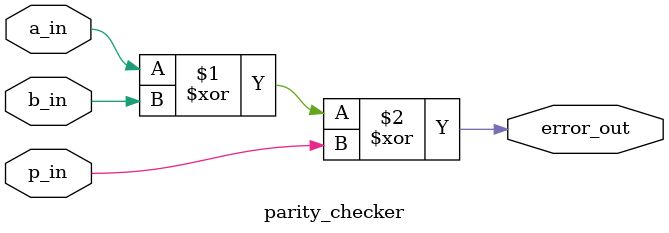
<source format=v>
module parity_checker (
	input a_in ,
	input b_in ,
	input p_in ,
	output error_out
);

assign error_out = a_in ^ b_in ^ p_in ;

endmodule



</source>
